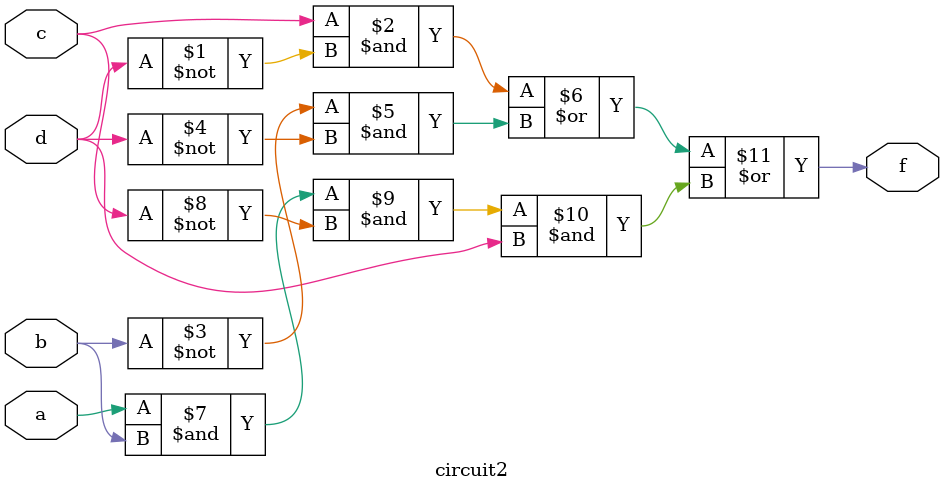
<source format=v>
module circuit2(a,b,c,d,f);
input a,b,c,d;
output f;
assign f=c&(~d)|(~b)&(~d)|(a&b&(~c)&d);
endmodule

</source>
